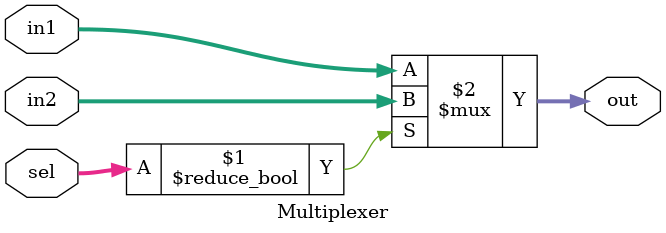
<source format=v>
`timescale 1ns / 1ps


module Multiplexer(
    input [31:0] in1, in2, sel,
    output [31:0] out
    );
    
    assign out = sel ? in2 : in1;
    
    
endmodule

</source>
